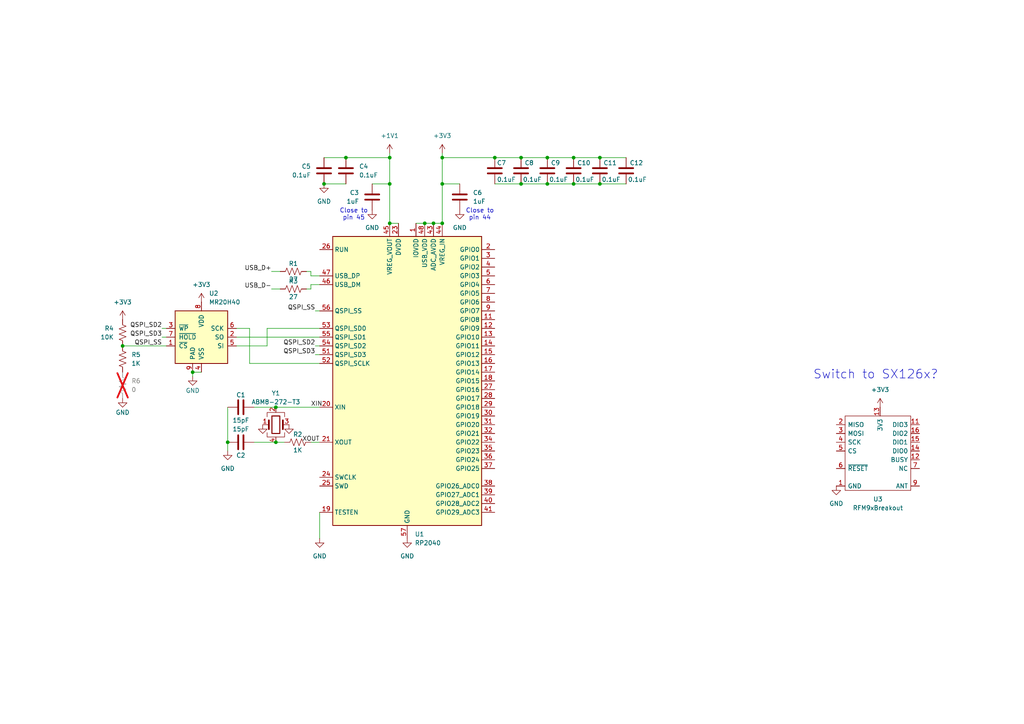
<source format=kicad_sch>
(kicad_sch (version 20231120) (generator "eeschema") (generator_version "8.0")
  (paper "A4")
  (lib_symbols
    (symbol "Device:C" (pin_numbers hide) (pin_names (offset 0.254))
      (property "Reference" "C" (at 0.635 2.54 0))
      (property "Value" "C" (at 0.635 -2.54 0))
      (symbol "C_0_1"
        (polyline (pts (xy -2.032 -0.762) (xy 2.032 -0.762)) (stroke (width 0.508)))
        (polyline (pts (xy -2.032 0.762) (xy 2.032 0.762)) (stroke (width 0.508)))
      )
      (symbol "C_1_1"
        (pin passive line (at 0 3.81 270) (length 2.794) (name "~") (number "1"))
        (pin passive line (at 0 -3.81 90) (length 2.794) (name "~") (number "2"))
      )
    )
    (symbol "Device:R_US" (pin_numbers hide) (pin_names (offset 0))
      (property "Reference" "R" (at 2.54 0 90))
      (property "Value" "R_US" (at -2.54 0 90))
      (symbol "R_US_0_1"
        (polyline (pts (xy 0 -2.286) (xy 0 -2.54)))
        (polyline (pts (xy 0 2.286) (xy 0 2.54)))
        (polyline (pts (xy 0 -0.762) (xy 1.016 -1.143) (xy 0 -1.524) (xy -1.016 -1.905) (xy 0 -2.286)))
        (polyline (pts (xy 0 0.762) (xy 1.016 0.381) (xy 0 0) (xy -1.016 -0.381) (xy 0 -0.762)))
        (polyline (pts (xy 0 2.286) (xy 1.016 1.905) (xy 0 1.524) (xy -1.016 1.143) (xy 0 0.762)))
      )
      (symbol "R_US_1_1"
        (pin passive line (at 0 3.81 270) (length 1.27) (name "~") (number "1"))
        (pin passive line (at 0 -3.81 90) (length 1.27) (name "~") (number "2"))
      )
    )
    (symbol "MCU_RaspberryPi:RP2040"
      (property "Reference" "U" (at 17.78 45.72 0))
      (property "Value" "RP2040" (at 17.78 43.18 0))
      (symbol "RP2040_0_1"
        (rectangle (start -21.59 41.91) (end 21.59 -41.91) (stroke (width 0.254)) (fill (type background)))
      )
      (symbol "RP2040_1_1"
        (pin power_in line (at 2.54 45.72 270) (length 3.81) (name "IOVDD") (number "1"))
        (pin passive line (at 2.54 45.72 270) (length 3.81) hide (name "IOVDD") (number "10"))
        (pin bidirectional line (at 25.4 17.78 180) (length 3.81) (name "GPIO8") (number "11"))
        (pin bidirectional line (at 25.4 15.24 180) (length 3.81) (name "GPIO9") (number "12"))
        (pin bidirectional line (at 25.4 12.7 180) (length 3.81) (name "GPIO10") (number "13"))
        (pin bidirectional line (at 25.4 10.16 180) (length 3.81) (name "GPIO11") (number "14"))
        (pin bidirectional line (at 25.4 7.62 180) (length 3.81) (name "GPIO12") (number "15"))
        (pin bidirectional line (at 25.4 5.08 180) (length 3.81) (name "GPIO13") (number "16"))
        (pin bidirectional line (at 25.4 2.54 180) (length 3.81) (name "GPIO14") (number "17"))
        (pin bidirectional line (at 25.4 0 180) (length 3.81) (name "GPIO15") (number "18"))
        (pin input line (at -25.4 -38.1 0) (length 3.81) (name "TESTEN") (number "19"))
        (pin bidirectional line (at 25.4 38.1 180) (length 3.81) (name "GPIO0") (number "2"))
        (pin input line (at -25.4 -7.62 0) (length 3.81) (name "XIN") (number "20"))
        (pin passive line (at -25.4 -17.78 0) (length 3.81) (name "XOUT") (number "21"))
        (pin passive line (at 2.54 45.72 270) (length 3.81) hide (name "IOVDD") (number "22"))
        (pin power_in line (at -2.54 45.72 270) (length 3.81) (name "DVDD") (number "23"))
        (pin input line (at -25.4 -27.94 0) (length 3.81) (name "SWCLK") (number "24"))
        (pin bidirectional line (at -25.4 -30.48 0) (length 3.81) (name "SWD") (number "25"))
        (pin input line (at -25.4 38.1 0) (length 3.81) (name "RUN") (number "26"))
        (pin bidirectional line (at 25.4 -2.54 180) (length 3.81) (name "GPIO16") (number "27"))
        (pin bidirectional line (at 25.4 -5.08 180) (length 3.81) (name "GPIO17") (number "28"))
        (pin bidirectional line (at 25.4 -7.62 180) (length 3.81) (name "GPIO18") (number "29"))
        (pin bidirectional line (at 25.4 35.56 180) (length 3.81) (name "GPIO1") (number "3"))
        (pin bidirectional line (at 25.4 -10.16 180) (length 3.81) (name "GPIO19") (number "30"))
        (pin bidirectional line (at 25.4 -12.7 180) (length 3.81) (name "GPIO20") (number "31"))
        (pin bidirectional line (at 25.4 -15.24 180) (length 3.81) (name "GPIO21") (number "32"))
        (pin passive line (at 2.54 45.72 270) (length 3.81) hide (name "IOVDD") (number "33"))
        (pin bidirectional line (at 25.4 -17.78 180) (length 3.81) (name "GPIO22") (number "34"))
        (pin bidirectional line (at 25.4 -20.32 180) (length 3.81) (name "GPIO23") (number "35"))
        (pin bidirectional line (at 25.4 -22.86 180) (length 3.81) (name "GPIO24") (number "36"))
        (pin bidirectional line (at 25.4 -25.4 180) (length 3.81) (name "GPIO25") (number "37"))
        (pin bidirectional line (at 25.4 -30.48 180) (length 3.81) (name "GPIO26_ADC0") (number "38"))
        (pin bidirectional line (at 25.4 -33.02 180) (length 3.81) (name "GPIO27_ADC1") (number "39"))
        (pin bidirectional line (at 25.4 33.02 180) (length 3.81) (name "GPIO2") (number "4"))
        (pin bidirectional line (at 25.4 -35.56 180) (length 3.81) (name "GPIO28_ADC2") (number "40"))
        (pin bidirectional line (at 25.4 -38.1 180) (length 3.81) (name "GPIO29_ADC3") (number "41"))
        (pin passive line (at 2.54 45.72 270) (length 3.81) hide (name "IOVDD") (number "42"))
        (pin power_in line (at 7.62 45.72 270) (length 3.81) (name "ADC_AVDD") (number "43"))
        (pin power_in line (at 10.16 45.72 270) (length 3.81) (name "VREG_IN") (number "44"))
        (pin power_out line (at -5.08 45.72 270) (length 3.81) (name "VREG_VOUT") (number "45"))
        (pin bidirectional line (at -25.4 27.94 0) (length 3.81) (name "USB_DM") (number "46"))
        (pin bidirectional line (at -25.4 30.48 0) (length 3.81) (name "USB_DP") (number "47"))
        (pin power_in line (at 5.08 45.72 270) (length 3.81) (name "USB_VDD") (number "48"))
        (pin passive line (at 2.54 45.72 270) (length 3.81) hide (name "IOVDD") (number "49"))
        (pin bidirectional line (at 25.4 30.48 180) (length 3.81) (name "GPIO3") (number "5"))
        (pin passive line (at -2.54 45.72 270) (length 3.81) hide (name "DVDD") (number "50"))
        (pin bidirectional line (at -25.4 7.62 0) (length 3.81) (name "QSPI_SD3") (number "51"))
        (pin output line (at -25.4 5.08 0) (length 3.81) (name "QSPI_SCLK") (number "52"))
        (pin bidirectional line (at -25.4 15.24 0) (length 3.81) (name "QSPI_SD0") (number "53"))
        (pin bidirectional line (at -25.4 10.16 0) (length 3.81) (name "QSPI_SD2") (number "54"))
        (pin bidirectional line (at -25.4 12.7 0) (length 3.81) (name "QSPI_SD1") (number "55"))
        (pin bidirectional line (at -25.4 20.32 0) (length 3.81) (name "QSPI_SS") (number "56"))
        (pin power_in line (at 0 -45.72 90) (length 3.81) (name "GND") (number "57"))
        (pin bidirectional line (at 25.4 27.94 180) (length 3.81) (name "GPIO4") (number "6"))
        (pin bidirectional line (at 25.4 25.4 180) (length 3.81) (name "GPIO5") (number "7"))
        (pin bidirectional line (at 25.4 22.86 180) (length 3.81) (name "GPIO6") (number "8"))
        (pin bidirectional line (at 25.4 20.32 180) (length 3.81) (name "GPIO7") (number "9"))
      )
    )
    (symbol "Memory_NVRAM:MR20H40" (pin_names (offset 1.016))
      (property "Reference" "U" (at -7.62 8.89 0))
      (property "Value" "MR20H40" (at 1.27 8.89 0))
      (symbol "MR20H40_0_1"
        (rectangle (start -7.62 7.62) (end 7.62 -7.62) (stroke (width 0.254)) (fill (type background)))
      )
      (symbol "MR20H40_1_1"
        (pin input line (at -10.16 -2.54 0) (length 2.54) (name "~{CS}") (number "1"))
        (pin output line (at 10.16 0 180) (length 2.54) (name "SO") (number "2"))
        (pin input line (at -10.16 2.54 0) (length 2.54) (name "~{WP}") (number "3"))
        (pin power_in line (at 0 -10.16 90) (length 2.54) (name "VSS") (number "4"))
        (pin input line (at 10.16 -2.54 180) (length 2.54) (name "SI") (number "5"))
        (pin input line (at 10.16 2.54 180) (length 2.54) (name "SCK") (number "6"))
        (pin input line (at -10.16 0 0) (length 2.54) (name "~{HOLD}") (number "7"))
        (pin power_in line (at 0 10.16 270) (length 2.54) (name "VDD") (number "8"))
        (pin power_in line (at -2.54 -10.16 90) (length 2.54) (name "PAD") (number "9"))
      )
    )
    (symbol "power:+1V1" (power) (pin_numbers hide) (pin_names (offset 0) hide)
      (property "Value" "+1V1" (at 0 3.556 0))
      (symbol "+1V1_0_1"
        (polyline (pts (xy -0.762 1.27) (xy 0 2.54)))
        (polyline (pts (xy 0 0) (xy 0 2.54)))
        (polyline (pts (xy 0 2.54) (xy 0.762 1.27)))
      )
      (symbol "+1V1_1_1"
        (pin power_in line (at 0 0 90) (length 0) (name "~") (number "1"))
      )
    )
    (symbol "power:+3V3" (power) (pin_numbers hide) (pin_names (offset 0) hide)
      (property "Value" "+3V3" (at 0 3.556 0))
      (symbol "+3V3_0_1"
        (polyline (pts (xy -0.762 1.27) (xy 0 2.54)))
        (polyline (pts (xy 0 0) (xy 0 2.54)))
        (polyline (pts (xy 0 2.54) (xy 0.762 1.27)))
      )
      (symbol "+3V3_1_1"
        (pin power_in line (at 0 0 90) (length 0) (name "~") (number "1"))
      )
    )
    (symbol "power:GND" (power) (pin_numbers hide) (pin_names (offset 0) hide)
      (property "Value" "GND" (at 0 -3.81 0))
      (symbol "GND_0_1"
        (polyline (pts (xy 0 0) (xy 0 -1.27) (xy 1.27 -1.27) (xy 0 -2.54) (xy -1.27 -1.27) (xy 0 -1.27)))
      )
      (symbol "GND_1_1"
        (pin power_in line (at 0 0 270) (length 0) (name "~") (number "1"))
      )
    )
    (symbol "symbols:ABM8-273-T3" (pin_names (offset 1.016) hide)
      (property "Reference" "Y" (at 3.175 5.08 0))
      (property "Value" "ABM8-272-T3" (at 3.175 3.175 0))
      (symbol "ABM8-273-T3_0_1"
        (rectangle (start -1.143 2.54) (end 1.143 -2.54) (stroke (width 0.3048)))
        (polyline (pts (xy -2.54 0) (xy -2.032 0)))
        (polyline (pts (xy -2.032 -1.27) (xy -2.032 1.27)) (stroke (width 0.508)))
        (polyline (pts (xy 0 -3.81) (xy 0 -3.556)))
        (polyline (pts (xy 0 3.556) (xy 0 3.81)))
        (polyline (pts (xy 2.032 -1.27) (xy 2.032 1.27)) (stroke (width 0.508)))
        (polyline (pts (xy 2.032 0) (xy 2.54 0)))
        (polyline (pts (xy -2.54 -2.286) (xy -2.54 -3.556) (xy 2.54 -3.556) (xy 2.54 -2.286)))
        (polyline (pts (xy -2.54 2.286) (xy -2.54 3.556) (xy 2.54 3.556) (xy 2.54 2.286)))
      )
      (symbol "ABM8-273-T3_1_1"
        (pin passive line (at -3.81 0 0) (length 1.27) (name "1") (number "1"))
        (pin passive line (at 0 5.08 270) (length 1.27) (name "2") (number "2"))
        (pin passive line (at 3.81 0 180) (length 1.27) (name "3") (number "3"))
        (pin passive line (at 0 -5.08 90) (length 1.27) (name "4") (number "4"))
      )
    )
    (symbol "symbols:RFM9xBreakout" (pin_names (offset 0.762))
      (property "Reference" "U" (at -3.81 12.7 0))
      (property "Value" "RFM9xBreakout" (at -7.62 -11.43 0))
      (symbol "RFM9xBreakout_0_1"
        (rectangle (start -10.16 11.43) (end 8.89 -10.16))
      )
      (symbol "RFM9xBreakout_1_1"
        (pin bidirectional line (at -12.7 -8.89 0) (length 2.54) (name "GND") (number "1"))
        (pin bidirectional line (at -12.7 -8.89 0) (length 2.54) hide (name "GND") (number "10"))
        (pin bidirectional line (at 11.43 8.89 180) (length 2.54) (name "DIO3") (number "11"))
        (pin bidirectional line (at 11.43 -1.27 180) (length 2.54) (name "BUSY") (number "12"))
        (pin bidirectional line (at 0 13.97 270) (length 2.54) (name "3V3") (number "13"))
        (pin bidirectional line (at 11.43 1.27 180) (length 2.54) (name "DIO0") (number "14"))
        (pin bidirectional line (at 11.43 3.81 180) (length 2.54) (name "DIO1") (number "15"))
        (pin bidirectional line (at 11.43 6.35 180) (length 2.54) (name "DIO2") (number "16"))
        (pin bidirectional line (at -12.7 8.89 0) (length 2.54) (name "MISO") (number "2"))
        (pin bidirectional line (at -12.7 6.35 0) (length 2.54) (name "MOSI") (number "3"))
        (pin bidirectional line (at -12.7 3.81 0) (length 2.54) (name "SCK") (number "4"))
        (pin bidirectional line (at -12.7 1.27 0) (length 2.54) (name "CS") (number "5"))
        (pin bidirectional line (at -12.7 -3.81 0) (length 2.54) (name "~{RESET}") (number "6"))
        (pin bidirectional line (at 11.43 -3.81 180) (length 2.54) (name "NC") (number "7"))
        (pin bidirectional line (at -12.7 -8.89 0) (length 2.54) hide (name "GND") (number "8"))
        (pin bidirectional line (at 11.43 -8.89 180) (length 2.54) (name "ANT") (number "9"))
      )
    )
  )
  (junction (at 128.27 45.72))
  (junction (at 173.99 53.34))
  (junction (at 166.37 45.72))
  (junction (at 166.37 53.34))
  (junction (at 151.13 45.72))
  (junction (at 173.99 45.72))
  (junction (at 158.75 53.34))
  (junction (at 100.33 45.72))
  (junction (at 66.04 128.27))
  (junction (at 80.01 118.11))
  (junction (at 93.98 53.34))
  (junction (at 143.51 45.72))
  (junction (at 151.13 53.34))
  (junction (at 80.01 128.27))
  (junction (at 158.75 45.72))
  (junction (at 113.03 45.72))
  (junction (at 123.19 64.77))
  (junction (at 128.27 53.34))
  (junction (at 113.03 53.34))
  (junction (at 35.56 100.33))
  (junction (at 55.88 107.95))
  (junction (at 113.03 64.77))
  (junction (at 125.73 64.77))
  (junction (at 128.27 64.77))
  (wire (pts (xy 90.17 83.82) (xy 90.17 82.55)))
  (wire (pts (xy 91.44 100.33) (xy 92.71 100.33)))
  (wire (pts (xy 46.99 95.25) (xy 48.26 95.25)))
  (wire (pts (xy 88.9 78.74) (xy 90.17 78.74)))
  (wire (pts (xy 123.19 64.77) (xy 125.73 64.77)))
  (wire (pts (xy 143.51 45.72) (xy 151.13 45.72)))
  (wire (pts (xy 128.27 53.34) (xy 128.27 64.77)))
  (wire (pts (xy 113.03 45.72) (xy 113.03 53.34)))
  (wire (pts (xy 113.03 44.45) (xy 113.03 45.72)))
  (wire (pts (xy 90.17 78.74) (xy 90.17 80.01)))
  (wire (pts (xy 92.71 148.59) (xy 92.71 156.21)))
  (wire (pts (xy 128.27 53.34) (xy 133.35 53.34)))
  (wire (pts (xy 80.01 128.27) (xy 82.55 128.27)))
  (wire (pts (xy 90.17 80.01) (xy 92.71 80.01)))
  (wire (pts (xy 73.66 128.27) (xy 80.01 128.27)))
  (wire (pts (xy 128.27 45.72) (xy 143.51 45.72)))
  (wire (pts (xy 66.04 128.27) (xy 66.04 130.81)))
  (wire (pts (xy 107.95 53.34) (xy 113.03 53.34)))
  (wire (pts (xy 72.39 105.41) (xy 72.39 95.25)))
  (wire (pts (xy 90.17 128.27) (xy 92.71 128.27)))
  (wire (pts (xy 78.74 78.74) (xy 81.28 78.74)))
  (wire (pts (xy 66.04 118.11) (xy 66.04 128.27)))
  (wire (pts (xy 35.56 100.33) (xy 48.26 100.33)))
  (wire (pts (xy 113.03 64.77) (xy 115.57 64.77)))
  (wire (pts (xy 58.42 107.95) (xy 55.88 107.95)))
  (wire (pts (xy 173.99 45.72) (xy 181.61 45.72)))
  (wire (pts (xy 92.71 95.25) (xy 77.47 95.25)))
  (wire (pts (xy 120.65 64.77) (xy 123.19 64.77)))
  (wire (pts (xy 125.73 64.77) (xy 128.27 64.77)))
  (wire (pts (xy 73.66 118.11) (xy 80.01 118.11)))
  (wire (pts (xy 88.9 83.82) (xy 90.17 83.82)))
  (wire (pts (xy 68.58 97.79) (xy 92.71 97.79)))
  (wire (pts (xy 91.44 102.87) (xy 92.71 102.87)))
  (wire (pts (xy 46.99 97.79) (xy 48.26 97.79)))
  (wire (pts (xy 91.44 90.17) (xy 92.71 90.17)))
  (wire (pts (xy 78.74 83.82) (xy 81.28 83.82)))
  (wire (pts (xy 158.75 53.34) (xy 166.37 53.34)))
  (wire (pts (xy 166.37 53.34) (xy 173.99 53.34)))
  (wire (pts (xy 128.27 44.45) (xy 128.27 45.72)))
  (wire (pts (xy 113.03 53.34) (xy 113.03 64.77)))
  (wire (pts (xy 92.71 105.41) (xy 72.39 105.41)))
  (wire (pts (xy 93.98 45.72) (xy 100.33 45.72)))
  (wire (pts (xy 158.75 45.72) (xy 166.37 45.72)))
  (wire (pts (xy 151.13 53.34) (xy 158.75 53.34)))
  (wire (pts (xy 77.47 95.25) (xy 77.47 100.33)))
  (wire (pts (xy 128.27 45.72) (xy 128.27 53.34)))
  (wire (pts (xy 143.51 53.34) (xy 151.13 53.34)))
  (wire (pts (xy 72.39 95.25) (xy 68.58 95.25)))
  (wire (pts (xy 166.37 45.72) (xy 173.99 45.72)))
  (wire (pts (xy 173.99 53.34) (xy 181.61 53.34)))
  (wire (pts (xy 90.17 82.55) (xy 92.71 82.55)))
  (wire (pts (xy 55.88 107.95) (xy 55.88 109.22)))
  (wire (pts (xy 77.47 100.33) (xy 68.58 100.33)))
  (wire (pts (xy 93.98 53.34) (xy 100.33 53.34)))
  (wire (pts (xy 151.13 45.72) (xy 158.75 45.72)))
  (wire (pts (xy 100.33 45.72) (xy 113.03 45.72)))
  (wire (pts (xy 80.01 118.11) (xy 92.71 118.11)))
  (text "Close to\npin 45" (at 102.616 62.23 0) (effects (font (size 1.27 1.27))))
  (text "Close to\npin 44" (at 139.192 62.23 0) (effects (font (size 1.27 1.27))))
  (text "Switch to SX126x?" (at 254 108.712 0) (effects (font (size 2.54 2.54))))
  (label "QSPI_SD3" (at 46.99 97.79 180))
  (label "USB_D+" (at 78.74 78.74 180))
  (label "XIN" (at 90.17 118.11 0))
  (label "QSPI_SS" (at 46.99 100.33 180))
  (label "QSPI_SD3" (at 91.44 102.87 180))
  (label "QSPI_SS" (at 91.44 90.17 180))
  (label "QSPI_SD2" (at 46.99 95.25 180))
  (label "USB_D-" (at 78.74 83.82 180))
  (label "QSPI_SD2" (at 91.44 100.33 180))
  (label "XOUT" (at 92.71 128.27 180))
  (symbol (lib_id "Device:C") (at 100.33 49.53 180) (unit 1)
    (property "Reference" "C4" (at 104.14 48.2599 0) (effects (justify right)))
    (property "Value" "0.1uF" (at 104.14 50.7999 0) (effects (justify right)))
    (property "Footprint" "Capacitor_SMD:C_0402_1005Metric" (effects (hide yes)))
  )
  (symbol (lib_id "Device:C") (at 69.85 118.11 90) (unit 1)
    (property "Reference" "C1" (at 69.85 114.554 90))
    (property "Value" "15pF" (at 69.85 121.92 90))
    (property "Footprint" "Capacitor_SMD:C_0402_1005Metric" (effects (hide yes)))
  )
  (symbol (lib_id "power:+3V3") (at 35.56 92.71 0) (unit 1)
    (property "Reference" "#PWR012" (effects (hide yes)))
    (property "Value" "+3V3" (at 35.56 87.63 0))
    (property "Description" "Power symbol creates a global label with name \"+3V3\"" (effects (hide yes)))
  )
  (symbol (lib_id "power:GND") (at 242.57 140.97 0) (unit 1)
    (property "Reference" "#PWR04" (effects (hide yes)))
    (property "Value" "GND" (at 242.57 146.05 0))
    (property "Description" "Power symbol creates a global label with name \"GND\" , ground" (effects (hide yes)))
  )
  (symbol (lib_id "power:GND") (at 66.04 130.81 0) (unit 1)
    (property "Reference" "#PWR07" (effects (hide yes)))
    (property "Value" "GND" (at 66.04 135.89 0))
    (property "Description" "Power symbol creates a global label with name \"GND\" , ground" (effects (hide yes)))
  )
  (symbol (lib_id "Device:C") (at 133.35 57.15 180) (unit 1)
    (property "Reference" "C6" (at 137.16 55.8799 0) (effects (justify right)))
    (property "Value" "1uF" (at 137.16 58.4199 0) (effects (justify right)))
    (property "Footprint" "Capacitor_SMD:C_0402_1005Metric" (effects (hide yes)))
  )
  (symbol (lib_id "power:GND") (at 55.88 109.22 0) (unit 1)
    (property "Reference" "#PWR03" (effects (hide yes)))
    (property "Value" "GND" (at 55.88 113.284 0))
    (property "Description" "Power symbol creates a global label with name \"GND\" , ground" (effects (hide yes)))
  )
  (symbol (lib_id "Device:R_US") (at 35.56 96.52 180) (unit 1)
    (property "Reference" "R4" (at 33.02 95.2499 0) (effects (justify left)))
    (property "Value" "10K" (at 33.02 97.7899 0) (effects (justify left)))
    (property "Footprint" "Resistor_SMD:R_0402_1005Metric" (effects (hide yes)))
  )
  (symbol (lib_id "power:+3V3") (at 255.27 118.11 0) (unit 1)
    (property "Reference" "#PWR01" (effects (hide yes)))
    (property "Value" "+3V3" (at 255.27 113.03 0))
    (property "Description" "Power symbol creates a global label with name \"+3V3\"" (effects (hide yes)))
  )
  (symbol (lib_id "Device:C") (at 166.37 49.53 180) (unit 1)
    (property "Reference" "C10" (at 167.386 47.244 0) (effects (justify right)))
    (property "Value" "0.1uF" (at 166.878 52.07 0) (effects (justify right)))
    (property "Footprint" "Capacitor_SMD:C_0402_1005Metric" (effects (hide yes)))
  )
  (symbol (lib_id "power:+3V3") (at 58.42 87.63 0) (unit 1)
    (property "Reference" "#PWR09" (effects (hide yes)))
    (property "Value" "+3V3" (at 58.42 82.55 0))
    (property "Description" "Power symbol creates a global label with name \"+3V3\"" (effects (hide yes)))
  )
  (symbol (lib_id "power:GND") (at 35.56 115.57 0) (unit 1)
    (property "Reference" "#PWR016" (effects (hide yes)))
    (property "Value" "GND" (at 35.56 119.634 0))
    (property "Description" "Power symbol creates a global label with name \"GND\" , ground" (effects (hide yes)))
  )
  (symbol (lib_id "Device:R_US") (at 85.09 83.82 90) (unit 1)
    (property "Reference" "R3" (at 85.09 81.534 90))
    (property "Value" "27" (at 85.09 86.106 90))
    (property "Footprint" "Resistor_SMD:R_0402_1005Metric" (effects (hide yes)))
  )
  (symbol (lib_id "Device:C") (at 93.98 49.53 180) (unit 1)
    (property "Reference" "C5" (at 90.17 48.2599 0) (effects (justify left)))
    (property "Value" "0.1uF" (at 90.17 50.7999 0) (effects (justify left)))
    (property "Footprint" "Capacitor_SMD:C_0402_1005Metric" (effects (hide yes)))
  )
  (symbol (lib_id "power:GND") (at 133.35 60.96 0) (unit 1)
    (property "Reference" "#PWR011" (effects (hide yes)))
    (property "Value" "GND" (at 133.35 66.04 0))
    (property "Description" "Power symbol creates a global label with name \"GND\" , ground" (effects (hide yes)))
  )
  (symbol (lib_id "Device:C") (at 158.75 49.53 180) (unit 1)
    (property "Reference" "C9" (at 159.766 47.244 0) (effects (justify right)))
    (property "Value" "0.1uF" (at 159.258 52.07 0) (effects (justify right)))
    (property "Footprint" "Capacitor_SMD:C_0402_1005Metric" (effects (hide yes)))
  )
  (symbol (lib_id "power:GND") (at 83.82 123.19 0) (unit 1)
    (property "Reference" "#PWR05" (effects (hide yes)))
    (property "Value" "GND" (effects (hide yes)))
    (property "Description" "Power symbol creates a global label with name \"GND\" , ground" (effects (hide yes)))
  )
  (symbol (lib_id "Device:C") (at 173.99 49.53 180) (unit 1)
    (property "Reference" "C11" (at 175.006 47.244 0) (effects (justify right)))
    (property "Value" "0.1uF" (at 174.498 52.07 0) (effects (justify right)))
    (property "Footprint" "Capacitor_SMD:C_0402_1005Metric" (effects (hide yes)))
  )
  (symbol (lib_id "power:GND") (at 118.11 156.21 0) (unit 1)
    (property "Reference" "#PWR02" (effects (hide yes)))
    (property "Value" "GND" (at 118.11 161.29 0))
    (property "Description" "Power symbol creates a global label with name \"GND\" , ground" (effects (hide yes)))
  )
  (symbol (lib_id "power:+3V3") (at 128.27 44.45 0) (unit 1)
    (property "Reference" "#PWR010" (effects (hide yes)))
    (property "Value" "+3V3" (at 128.27 39.37 0))
    (property "Description" "Power symbol creates a global label with name \"+3V3\"" (effects (hide yes)))
  )
  (symbol (lib_id "Device:R_US") (at 35.56 111.76 180) (unit 1) (in_bom no) (dnp yes)
    (property "Reference" "R6" (at 38.1 110.4899 0) (effects (justify right)))
    (property "Value" "0" (at 38.1 113.0299 0) (effects (justify right)))
    (property "Footprint" "Resistor_SMD:R_0402_1005Metric" (effects (hide yes)))
  )
  (symbol (lib_id "MCU_RaspberryPi:RP2040") (at 118.11 110.49 0) (unit 1)
    (property "Reference" "U1" (at 120.3041 154.94 0) (effects (justify left)))
    (property "Value" "RP2040" (at 120.3041 157.48 0) (effects (justify left)))
    (property "Footprint" "Package_DFN_QFN:QFN-56-1EP_7x7mm_P0.4mm_EP3.2x3.2mm" (effects (hide yes)))
    (property "Datasheet" "https://datasheets.raspberrypi.com/rp2040/rp2040-datasheet.pdf" (effects (hide yes)))
    (property "Description" "A microcontroller by Raspberry Pi" (effects (hide yes)))
  )
  (symbol (lib_id "Device:R_US") (at 35.56 104.14 180) (unit 1)
    (property "Reference" "R5" (at 38.1 102.8699 0) (effects (justify right)))
    (property "Value" "1K" (at 38.1 105.4099 0) (effects (justify right)))
    (property "Footprint" "Resistor_SMD:R_0402_1005Metric" (effects (hide yes)))
  )
  (symbol (lib_id "power:GND") (at 107.95 60.96 0) (unit 1)
    (property "Reference" "#PWR014" (effects (hide yes)))
    (property "Value" "GND" (at 107.95 66.04 0))
    (property "Description" "Power symbol creates a global label with name \"GND\" , ground" (effects (hide yes)))
  )
  (symbol (lib_id "Device:C") (at 181.61 49.53 180) (unit 1)
    (property "Reference" "C12" (at 182.626 47.244 0) (effects (justify right)))
    (property "Value" "0.1uF" (at 182.118 52.07 0) (effects (justify right)))
    (property "Footprint" "Capacitor_SMD:C_0402_1005Metric" (effects (hide yes)))
  )
  (symbol (lib_id "power:GND") (at 92.71 156.21 0) (unit 1)
    (property "Reference" "#PWR08" (effects (hide yes)))
    (property "Value" "GND" (at 92.71 161.29 0))
    (property "Description" "Power symbol creates a global label with name \"GND\" , ground" (effects (hide yes)))
  )
  (symbol (lib_id "Device:C") (at 151.13 49.53 180) (unit 1)
    (property "Reference" "C8" (at 152.146 47.244 0) (effects (justify right)))
    (property "Value" "0.1uF" (at 151.638 52.07 0) (effects (justify right)))
    (property "Footprint" "Capacitor_SMD:C_0402_1005Metric" (effects (hide yes)))
  )
  (symbol (lib_id "power:+1V1") (at 113.03 44.45 0) (unit 1)
    (property "Reference" "#PWR015" (effects (hide yes)))
    (property "Value" "+1V1" (at 113.03 39.37 0))
    (property "Description" "Power symbol creates a global label with name \"+1V1\"" (effects (hide yes)))
  )
  (symbol (lib_id "symbols:ABM8-273-T3") (at 80.01 123.19 0) (unit 1)
    (property "Reference" "Y1" (at 80.01 114.046 0))
    (property "Value" "ABM8-272-T3" (at 80.01 116.586 0))
    (property "Footprint" "Crystal:Crystal_SMD_3225-4Pin_3.2x2.5mm" (effects (hide yes)))
    (property "Description" "Four pin crystal, GND on pins 2 and 4" (effects (hide yes)))
  )
  (symbol (lib_id "Device:C") (at 107.95 57.15 180) (unit 1)
    (property "Reference" "C3" (at 104.14 55.8799 0) (effects (justify left)))
    (property "Value" "1uF" (at 104.14 58.4199 0) (effects (justify left)))
    (property "Footprint" "Capacitor_SMD:C_0402_1005Metric" (effects (hide yes)))
  )
  (symbol (lib_id "Device:C") (at 143.51 49.53 180) (unit 1)
    (property "Reference" "C7" (at 146.812 47.244 0) (effects (justify left)))
    (property "Value" "0.1uF" (at 149.606 52.07 0) (effects (justify left)))
    (property "Footprint" "Capacitor_SMD:C_0402_1005Metric" (effects (hide yes)))
  )
  (symbol (lib_id "Device:C") (at 69.85 128.27 90) (unit 1)
    (property "Reference" "C2" (at 69.85 132.08 90))
    (property "Value" "15pF" (at 69.85 124.46 90))
    (property "Footprint" "Capacitor_SMD:C_0402_1005Metric" (effects (hide yes)))
  )
  (symbol (lib_id "Device:R_US") (at 85.09 78.74 90) (unit 1)
    (property "Reference" "R1" (at 85.09 76.454 90))
    (property "Value" "27" (at 85.09 81.026 90))
    (property "Footprint" "Resistor_SMD:R_0402_1005Metric" (effects (hide yes)))
  )
  (symbol (lib_id "symbols:RFM9xBreakout") (at 255.27 132.08 0) (unit 1)
    (property "Reference" "U3" (at 254.635 144.78 0))
    (property "Value" "RFM9xBreakout" (at 254.635 147.32 0))
    (property "Footprint" "RF_Module:HOPERF_RFM9XW_SMD" (effects (hide yes)))
  )
  (symbol (lib_id "Memory_NVRAM:MR20H40") (at 58.42 97.79 0) (unit 1)
    (property "Reference" "U2" (at 60.6141 85.09 0) (effects (justify left)))
    (property "Value" "MR20H40" (at 60.6141 87.63 0) (effects (justify left)))
    (property "Footprint" "custom-footprints:SON127P600X500X90-9N" (effects (hide yes)))
    (property "Datasheet" "https://www.everspin.com/file/217/download" (effects (hide yes)))
    (property "Description" "4Mb MRAM memory with SPI interface, DFN-8" (effects (hide yes)))
  )
  (symbol (lib_id "Device:R_US") (at 86.36 128.27 90) (unit 1)
    (property "Reference" "R2" (at 86.36 125.984 90))
    (property "Value" "1K" (at 86.36 130.556 90))
    (property "Footprint" "Resistor_SMD:R_0402_1005Metric" (effects (hide yes)))
  )
  (symbol (lib_id "power:GND") (at 93.98 53.34 0) (unit 1)
    (property "Reference" "#PWR013" (effects (hide yes)))
    (property "Value" "GND" (at 93.98 58.42 0))
    (property "Description" "Power symbol creates a global label with name \"GND\" , ground" (effects (hide yes)))
  )
  (symbol (lib_id "power:GND") (at 76.2 123.19 0) (unit 1)
    (property "Reference" "#PWR06" (effects (hide yes)))
    (property "Value" "GND" (effects (hide yes)))
    (property "Description" "Power symbol creates a global label with name \"GND\" , ground" (effects (hide yes)))
  )
)
</source>
